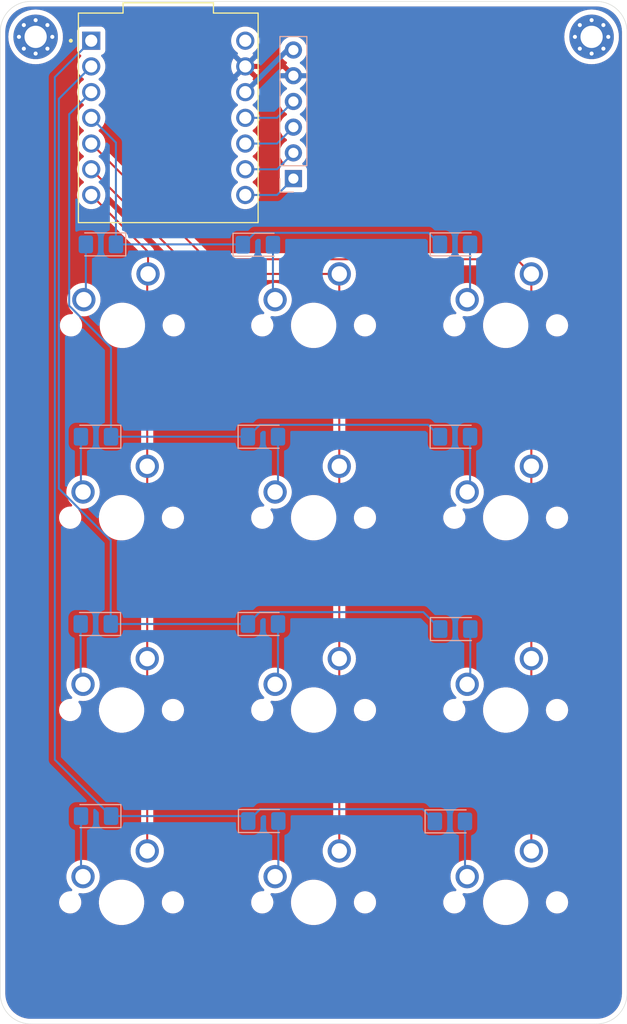
<source format=kicad_pcb>
(kicad_pcb (version 20240108) (generator "pcbnew") (generator_version "8.0")
  (layers (0 "F.Cu" signal) (31 "B.Cu" signal) (34 "B.Paste" user) (35 "F.Paste" user) (36 "B.SilkS" user "B.Silkscreen") (37 "F.SilkS" user "F.Silkscreen") (38 "B.Mask" user) (39 "F.Mask" user) (44 "Edge.Cuts" user))
  (net 0 "")
  (net 1 "Net-(D1-A)")
  (net 2 "/row0")
  (net 3 "Net-(D2-A)")
  (net 4 "Net-(D3-A)")
  (net 5 "/row1")
  (net 6 "Net-(D4-A)")
  (net 7 "Net-(D5-A)")
  (net 8 "Net-(D6-A)")
  (net 9 "/row2")
  (net 10 "Net-(D7-A)")
  (net 11 "Net-(D8-A)")
  (net 12 "Net-(D9-A)")
  (net 13 "/row3")
  (net 14 "Net-(D10-A)")
  (net 15 "Net-(D11-A)")
  (net 16 "Net-(D12-A)")
  (net 17 "/ext0")
  (net 18 "/ext3")
  (net 19 "+3.3V")
  (net 20 "/ext1")
  (net 21 "GND")
  (net 22 "/ext2")
  (net 23 "/col0")
  (net 24 "/col1")
  (net 25 "/col2")
  (footprint "mx_solderable:MX-Solderable-1U" (layer "F.Cu") (at 105 88)
    (property "Reference" "SW4")
    (property "Value" "SW_Push" (hide yes))
    (pad "" np_thru_hole circle (at -5.08 0 48.099) (size 1.7018 1.7018) (drill 1.7018) (layers "F&B.Cu" "*.Mask"))
    (pad "" np_thru_hole circle (at 0 0) (size 3.9878 3.9878) (drill 3.9878) (layers "*.Cu" "*.Mask"))
    (pad "" np_thru_hole circle (at 5.08 0 48.099) (size 1.7018 1.7018) (drill 1.7018) (layers "F&B.Cu" "*.Mask"))
    (pad "1" thru_hole circle (at -3.81 -2.54) (size 2.3 2.3) (drill 1.524) (layers "*.Cu" "B.Mask") (net 6 "Net-(D4-A)"))
    (pad "2" thru_hole circle (at 2.54 -5.08) (size 2.3 2.3) (drill 1.524) (layers "*.Cu" "B.Mask") (net 23 "/col0"))
  )
  (footprint "qtpy:MODULE_ADAFRUIT_QT_PY" (layer "F.Cu") (at 109.62 48.5)
    (property "Reference" "U1" (hide yes))
    (property "Value" "ADAFRUIT_QT_PY" (hide yes))
    (fp_line (start -8.89 -10.3505) (end -8.89 10.3505) (stroke (width 0.127)) (layer "F.SilkS"))
    (fp_line (start -8.89 10.3505) (end 8.89 10.3505) (stroke (width 0.127)) (layer "F.SilkS"))
    (fp_line (start -4.47 -11.3665) (end 4.47 -11.3665) (stroke (width 0.127)) (layer "F.SilkS"))
    (fp_line (start -4.47 -10.3505) (end -8.89 -10.3505) (stroke (width 0.127)) (layer "F.SilkS"))
    (fp_line (start -4.47 -10.3505) (end -4.47 -11.3665) (stroke (width 0.127)) (layer "F.SilkS"))
    (fp_line (start 4.47 -11.3665) (end 4.47 -10.3505) (stroke (width 0.127)) (layer "F.SilkS"))
    (fp_line (start 8.89 -10.3505) (end 4.47 -10.3505) (stroke (width 0.127)) (layer "F.SilkS"))
    (fp_line (start 8.89 10.3505) (end 8.89 -10.3505) (stroke (width 0.127)) (layer "F.SilkS"))
    (fp_circle (center -9.64 -7.62) (end -9.54 -7.62) (stroke (width 0.2)) (fill none) (layer "F.SilkS"))
    (pad "1" thru_hole rect (at -7.62 -7.62) (size 1.8 1.8) (drill 1.2) (layers "*.Cu" "*.Mask") (net 13 "/row3"))
    (pad "2" thru_hole circle (at -7.62 -5.08) (size 1.8 1.8) (drill 1.2) (layers "*.Cu" "*.Mask") (net 9 "/row2"))
    (pad "3" thru_hole circle (at -7.62 -2.54) (size 1.8 1.8) (drill 1.2) (layers "*.Cu" "*.Mask") (net 5 "/row1"))
    (pad "4" thru_hole circle (at -7.62 0) (size 1.8 1.8) (drill 1.2) (layers "*.Cu" "*.Mask") (net 2 "/row0"))
    (pad "5" thru_hole circle (at -7.62 2.54) (size 1.8 1.8) (drill 1.2) (layers "*.Cu" "*.Mask") (net 25 "/col2"))
    (pad "6" thru_hole circle (at -7.62 5.08) (size 1.8 1.8) (drill 1.2) (layers "*.Cu" "*.Mask") (net 24 "/col1"))
    (pad "7" thru_hole circle (at -7.62 7.62) (size 1.8 1.8) (drill 1.2) (layers "*.Cu" "*.Mask") (net 23 "/col0"))
    (pad "8" thru_hole circle (at 7.62 7.62) (size 1.8 1.8) (drill 1.2) (layers "*.Cu" "*.Mask") (net 18 "/ext3"))
    (pad "9" thru_hole circle (at 7.62 5.08) (size 1.8 1.8) (drill 1.2) (layers "*.Cu" "*.Mask") (net 22 "/ext2"))
    (pad "10" thru_hole circle (at 7.62 2.54) (size 1.8 1.8) (drill 1.2) (layers "*.Cu" "*.Mask") (net 20 "/ext1"))
    (pad "11" thru_hole circle (at 7.62 0) (size 1.8 1.8) (drill 1.2) (layers "*.Cu" "*.Mask") (net 17 "/ext0"))
    (pad "12" thru_hole circle (at 7.62 -2.54) (size 1.8 1.8) (drill 1.2) (layers "*.Cu" "*.Mask") (net 19 "+3.3V"))
    (pad "13" thru_hole circle (at 7.62 -5.08) (size 1.8 1.8) (drill 1.2) (layers "*.Cu" "*.Mask") (net 21 "GND"))
    (pad "14" thru_hole circle (at 7.62 -7.62) (size 1.8 1.8) (drill 1.2) (layers "*.Cu" "*.Mask"))
  )
  (footprint "mx_solderable:MX-Solderable-1U" (layer "F.Cu") (at 105 126)
    (property "Reference" "SW10")
    (property "Value" "SW_Push" (hide yes))
    (pad "" np_thru_hole circle (at -5.08 0 48.099) (size 1.7018 1.7018) (drill 1.7018) (layers "F&B.Cu" "*.Mask"))
    (pad "" np_thru_hole circle (at 0 0) (size 3.9878 3.9878) (drill 3.9878) (layers "*.Cu" "*.Mask"))
    (pad "" np_thru_hole circle (at 5.08 0 48.099) (size 1.7018 1.7018) (drill 1.7018) (layers "F&B.Cu" "*.Mask"))
    (pad "1" thru_hole circle (at -3.81 -2.54) (size 2.3 2.3) (drill 1.524) (layers "*.Cu" "B.Mask") (net 14 "Net-(D10-A)"))
    (pad "2" thru_hole circle (at 2.54 -5.08) (size 2.3 2.3) (drill 1.524) (layers "*.Cu" "B.Mask") (net 23 "/col0"))
  )
  (footprint "MountingHole:MountingHole_2.2mm_M2_Pad_Via" (layer "F.Cu") (at 151.5 40.5)
    (property "Reference" "REF**" (hide yes))
    (property "Value" "MountingHole_2.2mm_M2_Pad_Via" (hide yes))
    (pad "1" thru_hole circle (at -1.65 0) (size 0.7 0.7) (drill 0.4) (layers "*.Cu" "*.Mask"))
    (pad "1" thru_hole circle (at -1.166726 -1.166726) (size 0.7 0.7) (drill 0.4) (layers "*.Cu" "*.Mask"))
    (pad "1" thru_hole circle (at -1.166726 1.166726) (size 0.7 0.7) (drill 0.4) (layers "*.Cu" "*.Mask"))
    (pad "1" thru_hole circle (at 0 -1.65) (size 0.7 0.7) (drill 0.4) (layers "*.Cu" "*.Mask"))
    (pad "1" thru_hole circle (at 0 0) (size 4.4 4.4) (drill 2.2) (layers "*.Cu" "*.Mask"))
    (pad "1" thru_hole circle (at 0 1.65) (size 0.7 0.7) (drill 0.4) (layers "*.Cu" "*.Mask"))
    (pad "1" thru_hole circle (at 1.166726 -1.166726) (size 0.7 0.7) (drill 0.4) (layers "*.Cu" "*.Mask"))
    (pad "1" thru_hole circle (at 1.166726 1.166726) (size 0.7 0.7) (drill 0.4) (layers "*.Cu" "*.Mask"))
    (pad "1" thru_hole circle (at 1.65 0) (size 0.7 0.7) (drill 0.4) (layers "*.Cu" "*.Mask"))
  )
  (footprint "mx_solderable:MX-Solderable-1U" (layer "F.Cu") (at 124 69)
    (property "Reference" "SW2")
    (property "Value" "SW_Push" (hide yes))
    (pad "" np_thru_hole circle (at -5.08 0 48.099) (size 1.7018 1.7018) (drill 1.7018) (layers "F&B.Cu" "*.Mask"))
    (pad "" np_thru_hole circle (at 0 0) (size 3.9878 3.9878) (drill 3.9878) (layers "*.Cu" "*.Mask"))
    (pad "" np_thru_hole circle (at 5.08 0 48.099) (size 1.7018 1.7018) (drill 1.7018) (layers "F&B.Cu" "*.Mask"))
    (pad "1" thru_hole circle (at -3.81 -2.54) (size 2.3 2.3) (drill 1.524) (layers "*.Cu" "B.Mask") (net 3 "Net-(D2-A)"))
    (pad "2" thru_hole circle (at 2.54 -5.08) (size 2.3 2.3) (drill 1.524) (layers "*.Cu" "B.Mask") (net 24 "/col1"))
  )
  (footprint "mx_solderable:MX-Solderable-1U" (layer "F.Cu") (at 143 69)
    (property "Reference" "SW3")
    (property "Value" "SW_Push" (hide yes))
    (pad "" np_thru_hole circle (at -5.08 0 48.099) (size 1.7018 1.7018) (drill 1.7018) (layers "F&B.Cu" "*.Mask"))
    (pad "" np_thru_hole circle (at 0 0) (size 3.9878 3.9878) (drill 3.9878) (layers "*.Cu" "*.Mask"))
    (pad "" np_thru_hole circle (at 5.08 0 48.099) (size 1.7018 1.7018) (drill 1.7018) (layers "F&B.Cu" "*.Mask"))
    (pad "1" thru_hole circle (at -3.81 -2.54) (size 2.3 2.3) (drill 1.524) (layers "*.Cu" "B.Mask") (net 4 "Net-(D3-A)"))
    (pad "2" thru_hole circle (at 2.54 -5.08) (size 2.3 2.3) (drill 1.524) (layers "*.Cu" "B.Mask") (net 25 "/col2"))
  )
  (footprint "mx_solderable:MX-Solderable-1U" (layer "F.Cu") (at 124 88)
    (property "Reference" "SW5")
    (property "Value" "SW_Push" (hide yes))
    (pad "" np_thru_hole circle (at -5.08 0 48.099) (size 1.7018 1.7018) (drill 1.7018) (layers "F&B.Cu" "*.Mask"))
    (pad "" np_thru_hole circle (at 0 0) (size 3.9878 3.9878) (drill 3.9878) (layers "*.Cu" "*.Mask"))
    (pad "" np_thru_hole circle (at 5.08 0 48.099) (size 1.7018 1.7018) (drill 1.7018) (layers "F&B.Cu" "*.Mask"))
    (pad "1" thru_hole circle (at -3.81 -2.54) (size 2.3 2.3) (drill 1.524) (layers "*.Cu" "B.Mask") (net 7 "Net-(D5-A)"))
    (pad "2" thru_hole circle (at 2.54 -5.08) (size 2.3 2.3) (drill 1.524) (layers "*.Cu" "B.Mask") (net 24 "/col1"))
  )
  (footprint "MountingHole:MountingHole_2.2mm_M2_Pad_Via" (layer "F.Cu") (at 96.5 40.5)
    (property "Reference" "REF**" (hide yes))
    (property "Value" "MountingHole_2.2mm_M2_Pad_Via" (hide yes))
    (pad "1" thru_hole circle (at -1.65 0) (size 0.7 0.7) (drill 0.4) (layers "*.Cu" "*.Mask"))
    (pad "1" thru_hole circle (at -1.166726 -1.166726) (size 0.7 0.7) (drill 0.4) (layers "*.Cu" "*.Mask"))
    (pad "1" thru_hole circle (at -1.166726 1.166726) (size 0.7 0.7) (drill 0.4) (layers "*.Cu" "*.Mask"))
    (pad "1" thru_hole circle (at 0 -1.65) (size 0.7 0.7) (drill 0.4) (layers "*.Cu" "*.Mask"))
    (pad "1" thru_hole circle (at 0 0) (size 4.4 4.4) (drill 2.2) (layers "*.Cu" "*.Mask"))
    (pad "1" thru_hole circle (at 0 1.65) (size 0.7 0.7) (drill 0.4) (layers "*.Cu" "*.Mask"))
    (pad "1" thru_hole circle (at 1.166726 -1.166726) (size 0.7 0.7) (drill 0.4) (layers "*.Cu" "*.Mask"))
    (pad "1" thru_hole circle (at 1.166726 1.166726) (size 0.7 0.7) (drill 0.4) (layers "*.Cu" "*.Mask"))
    (pad "1" thru_hole circle (at 1.65 0) (size 0.7 0.7) (drill 0.4) (layers "*.Cu" "*.Mask"))
  )
  (footprint "mx_solderable:MX-Solderable-1U" (layer "F.Cu") (at 105 107)
    (property "Reference" "SW7")
    (property "Value" "SW_Push" (hide yes))
    (pad "" np_thru_hole circle (at -5.08 0 48.099) (size 1.7018 1.7018) (drill 1.7018) (layers "F&B.Cu" "*.Mask"))
    (pad "" np_thru_hole circle (at 0 0) (size 3.9878 3.9878) (drill 3.9878) (layers "*.Cu" "*.Mask"))
    (pad "" np_thru_hole circle (at 5.08 0 48.099) (size 1.7018 1.7018) (drill 1.7018) (layers "F&B.Cu" "*.Mask"))
    (pad "1" thru_hole circle (at -3.81 -2.54) (size 2.3 2.3) (drill 1.524) (layers "*.Cu" "B.Mask") (net 10 "Net-(D7-A)"))
    (pad "2" thru_hole circle (at 2.54 -5.08) (size 2.3 2.3) (drill 1.524) (layers "*.Cu" "B.Mask") (net 23 "/col0"))
  )
  (footprint "mx_solderable:MX-Solderable-1U" (layer "F.Cu") (at 105.08 69)
    (property "Reference" "SW1")
    (property "Value" "SW_Push" (hide yes))
    (pad "" np_thru_hole circle (at -5.08 0 48.099) (size 1.7018 1.7018) (drill 1.7018) (layers "F&B.Cu" "*.Mask"))
    (pad "" np_thru_hole circle (at 0 0) (size 3.9878 3.9878) (drill 3.9878) (layers "*.Cu" "*.Mask"))
    (pad "" np_thru_hole circle (at 5.08 0 48.099) (size 1.7018 1.7018) (drill 1.7018) (layers "F&B.Cu" "*.Mask"))
    (pad "1" thru_hole circle (at -3.81 -2.54) (size 2.3 2.3) (drill 1.524) (layers "*.Cu" "B.Mask") (net 1 "Net-(D1-A)"))
    (pad "2" thru_hole circle (at 2.54 -5.08) (size 2.3 2.3) (drill 1.524) (layers "*.Cu" "B.Mask") (net 23 "/col0"))
  )
  (footprint "mx_solderable:MX-Solderable-1U" (layer "F.Cu") (at 143 107)
    (property "Reference" "SW9")
    (property "Value" "SW_Push" (hide yes))
    (pad "" np_thru_hole circle (at -5.08 0 48.099) (size 1.7018 1.7018) (drill 1.7018) (layers "F&B.Cu" "*.Mask"))
    (pad "" np_thru_hole circle (at 0 0) (size 3.9878 3.9878) (drill 3.9878) (layers "*.Cu" "*.Mask"))
    (pad "" np_thru_hole circle (at 5.08 0 48.099) (size 1.7018 1.7018) (drill 1.7018) (layers "F&B.Cu" "*.Mask"))
    (pad "1" thru_hole circle (at -3.81 -2.54) (size 2.3 2.3) (drill 1.524) (layers "*.Cu" "B.Mask") (net 12 "Net-(D9-A)"))
    (pad "2" thru_hole circle (at 2.54 -5.08) (size 2.3 2.3) (drill 1.524) (layers "*.Cu" "B.Mask") (net 25 "/col2"))
  )
  (footprint "mx_solderable:MX-Solderable-1U" (layer "F.Cu") (at 143 126)
    (property "Reference" "SW12")
    (property "Value" "SW_Push" (hide yes))
    (pad "" np_thru_hole circle (at -5.08 0 48.099) (size 1.7018 1.7018) (drill 1.7018) (layers "F&B.Cu" "*.Mask"))
    (pad "" np_thru_hole circle (at 0 0) (size 3.9878 3.9878) (drill 3.9878) (layers "*.Cu" "*.Mask"))
    (pad "" np_thru_hole circle (at 5.08 0 48.099) (size 1.7018 1.7018) (drill 1.7018) (layers "F&B.Cu" "*.Mask"))
    (pad "1" thru_hole circle (at -3.81 -2.54) (size 2.3 2.3) (drill 1.524) (layers "*.Cu" "B.Mask") (net 16 "Net-(D12-A)"))
    (pad "2" thru_hole circle (at 2.54 -5.08) (size 2.3 2.3) (drill 1.524) (layers "*.Cu" "B.Mask") (net 25 "/col2"))
  )
  (footprint "mx_solderable:MX-Solderable-1U" (layer "F.Cu") (at 124 126)
    (property "Reference" "SW11")
    (property "Value" "SW_Push" (hide yes))
    (pad "" np_thru_hole circle (at -5.08 0 48.099) (size 1.7018 1.7018) (drill 1.7018) (layers "F&B.Cu" "*.Mask"))
    (pad "" np_thru_hole circle (at 0 0) (size 3.9878 3.9878) (drill 3.9878) (layers "*.Cu" "*.Mask"))
    (pad "" np_thru_hole circle (at 5.08 0 48.099) (size 1.7018 1.7018) (drill 1.7018) (layers "F&B.Cu" "*.Mask"))
    (pad "1" thru_hole circle (at -3.81 -2.54) (size 2.3 2.3) (drill 1.524) (layers "*.Cu" "B.Mask") (net 15 "Net-(D11-A)"))
    (pad "2" thru_hole circle (at 2.54 -5.08) (size 2.3 2.3) (drill 1.524) (layers "*.Cu" "B.Mask") (net 24 "/col1"))
  )
  (footprint "mx_solderable:MX-Solderable-1U" (layer "F.Cu") (at 124 107)
    (property "Reference" "SW8")
    (property "Value" "SW_Push" (hide yes))
    (pad "" np_thru_hole circle (at -5.08 0 48.099) (size 1.7018 1.7018) (drill 1.7018) (layers "F&B.Cu" "*.Mask"))
    (pad "" np_thru_hole circle (at 0 0) (size 3.9878 3.9878) (drill 3.9878) (layers "*.Cu" "*.Mask"))
    (pad "" np_thru_hole circle (at 5.08 0 48.099) (size 1.7018 1.7018) (drill 1.7018) (layers "F&B.Cu" "*.Mask"))
    (pad "1" thru_hole circle (at -3.81 -2.54) (size 2.3 2.3) (drill 1.524) (layers "*.Cu" "B.Mask") (net 11 "Net-(D8-A)"))
    (pad "2" thru_hole circle (at 2.54 -5.08) (size 2.3 2.3) (drill 1.524) (layers "*.Cu" "B.Mask") (net 24 "/col1"))
  )
  (footprint "mx_solderable:MX-Solderable-1U" (layer "F.Cu") (at 143 88)
    (property "Reference" "SW6")
    (property "Value" "SW_Push" (hide yes))
    (pad "" np_thru_hole circle (at -5.08 0 48.099) (size 1.7018 1.7018) (drill 1.7018) (layers "F&B.Cu" "*.Mask"))
    (pad "" np_thru_hole circle (at 0 0) (size 3.9878 3.9878) (drill 3.9878) (layers "*.Cu" "*.Mask"))
    (pad "" np_thru_hole circle (at 5.08 0 48.099) (size 1.7018 1.7018) (drill 1.7018) (layers "F&B.Cu" "*.Mask"))
    (pad "1" thru_hole circle (at -3.81 -2.54) (size 2.3 2.3) (drill 1.524) (layers "*.Cu" "B.Mask") (net 8 "Net-(D6-A)"))
    (pad "2" thru_hole circle (at 2.54 -5.08) (size 2.3 2.3) (drill 1.524) (layers "*.Cu" "B.Mask") (net 25 "/col2"))
  )
  (footprint "Diode_SMD:D_1206_3216Metric_Pad1.42x1.75mm_HandSolder" (layer "B.Cu") (at 137.9875 61)
    (property "Reference" "D3" (hide yes))
    (property "Value" "D" (hide yes))
    (fp_line (start -2.46 -1.135) (end -2.46 1.135) (stroke (width 0.12)) (layer "B.SilkS"))
    (fp_line (start -2.46 1.135) (end 1.6 1.135) (stroke (width 0.12)) (layer "B.SilkS"))
    (fp_line (start 1.6 -1.135) (end -2.46 -1.135) (stroke (width 0.12)) (layer "B.SilkS"))
    (pad "1" smd roundrect (at -1.4875 0) (size 1.425 1.75) (layers "B.Cu" "B.Paste" "B.Mask") (roundrect_rratio 0.175439) (net 2 "/row0"))
    (pad "2" smd roundrect (at 1.4875 0) (size 1.425 1.75) (layers "B.Cu" "B.Paste" "B.Mask") (roundrect_rratio 0.175439) (net 4 "Net-(D3-A)"))
  )
  (footprint "Diode_SMD:D_1206_3216Metric_Pad1.42x1.75mm_HandSolder" (layer "B.Cu") (at 102.4675 80 180)
    (property "Reference" "D4" (hide yes))
    (property "Value" "D" (hide yes))
    (fp_line (start 1.6 -1.135) (end -2.46 -1.135) (stroke (width 0.12)) (layer "B.SilkS"))
    (fp_line (start -2.46 1.135) (end 1.6 1.135) (stroke (width 0.12)) (layer "B.SilkS"))
    (fp_line (start -2.46 -1.135) (end -2.46 1.135) (stroke (width 0.12)) (layer "B.SilkS"))
    (pad "1" smd roundrect (at -1.4875 0 180) (size 1.425 1.75) (layers "B.Cu" "B.Paste" "B.Mask") (roundrect_rratio 0.175439) (net 5 "/row1"))
    (pad "2" smd roundrect (at 1.4875 0 180) (size 1.425 1.75) (layers "B.Cu" "B.Paste" "B.Mask") (roundrect_rratio 0.175439) (net 6 "Net-(D4-A)"))
  )
  (footprint "Diode_SMD:D_1206_3216Metric_Pad1.42x1.75mm_HandSolder" (layer "B.Cu") (at 118.9875 98.5)
    (property "Reference" "D8" (hide yes))
    (property "Value" "D" (hide yes))
    (fp_line (start -2.46 -1.135) (end -2.46 1.135) (stroke (width 0.12)) (layer "B.SilkS"))
    (fp_line (start -2.46 1.135) (end 1.6 1.135) (stroke (width 0.12)) (layer "B.SilkS"))
    (fp_line (start 1.6 -1.135) (end -2.46 -1.135) (stroke (width 0.12)) (layer "B.SilkS"))
    (pad "1" smd roundrect (at -1.4875 0) (size 1.425 1.75) (layers "B.Cu" "B.Paste" "B.Mask") (roundrect_rratio 0.175439) (net 9 "/row2"))
    (pad "2" smd roundrect (at 1.4875 0) (size 1.425 1.75) (layers "B.Cu" "B.Paste" "B.Mask") (roundrect_rratio 0.175439) (net 11 "Net-(D8-A)"))
  )
  (footprint "Diode_SMD:D_1206_3216Metric_Pad1.42x1.75mm_HandSolder" (layer "B.Cu") (at 118.4875 61.035)
    (property "Reference" "D2" (hide yes))
    (property "Value" "D" (hide yes))
    (fp_line (start -2.46 -1.135) (end -2.46 1.135) (stroke (width 0.12)) (layer "B.SilkS"))
    (fp_line (start -2.46 1.135) (end 1.6 1.135) (stroke (width 0.12)) (layer "B.SilkS"))
    (fp_line (start 1.6 -1.135) (end -2.46 -1.135) (stroke (width 0.12)) (layer "B.SilkS"))
    (pad "1" smd roundrect (at -1.4875 0) (size 1.425 1.75) (layers "B.Cu" "B.Paste" "B.Mask") (roundrect_rratio 0.175439) (net 2 "/row0"))
    (pad "2" smd roundrect (at 1.4875 0) (size 1.425 1.75) (layers "B.Cu" "B.Paste" "B.Mask") (roundrect_rratio 0.175439) (net 3 "Net-(D2-A)"))
  )
  (footprint "Diode_SMD:D_1206_3216Metric_Pad1.42x1.75mm_HandSolder" (layer "B.Cu") (at 118.9875 80)
    (property "Reference" "D5" (hide yes))
    (property "Value" "D" (hide yes))
    (fp_line (start -2.46 -1.135) (end -2.46 1.135) (stroke (width 0.12)) (layer "B.SilkS"))
    (fp_line (start -2.46 1.135) (end 1.6 1.135) (stroke (width 0.12)) (layer "B.SilkS"))
    (fp_line (start 1.6 -1.135) (end -2.46 -1.135) (stroke (width 0.12)) (layer "B.SilkS"))
    (pad "1" smd roundrect (at -1.4875 0) (size 1.425 1.75) (layers "B.Cu" "B.Paste" "B.Mask") (roundrect_rratio 0.175439) (net 5 "/row1"))
    (pad "2" smd roundrect (at 1.4875 0) (size 1.425 1.75) (layers "B.Cu" "B.Paste" "B.Mask") (roundrect_rratio 0.175439) (net 7 "Net-(D5-A)"))
  )
  (footprint "Diode_SMD:D_1206_3216Metric_Pad1.42x1.75mm_HandSolder" (layer "B.Cu") (at 137.9875 80)
    (property "Reference" "D6" (hide yes))
    (property "Value" "D" (hide yes))
    (fp_line (start -2.46 -1.135) (end -2.46 1.135) (stroke (width 0.12)) (layer "B.SilkS"))
    (fp_line (start -2.46 1.135) (end 1.6 1.135) (stroke (width 0.12)) (layer "B.SilkS"))
    (fp_line (start 1.6 -1.135) (end -2.46 -1.135) (stroke (width 0.12)) (layer "B.SilkS"))
    (pad "1" smd roundrect (at -1.4875 0) (size 1.425 1.75) (layers "B.Cu" "B.Paste" "B.Mask") (roundrect_rratio 0.175439) (net 5 "/row1"))
    (pad "2" smd roundrect (at 1.4875 0) (size 1.425 1.75) (layers "B.Cu" "B.Paste" "B.Mask") (roundrect_rratio 0.175439) (net 8 "Net-(D6-A)"))
  )
  (footprint "Connector_PinHeader_2.54mm:PinHeader_1x06_P2.54mm_Vertical" (layer "B.Cu") (at 122 54.5)
    (property "Reference" "J2" (hide yes))
    (property "Value" "Conn_01x06_Socket" (hide yes))
    (fp_line (start -1.33 -14.03) (end -1.33 -1.27) (stroke (width 0.12)) (layer "B.SilkS"))
    (fp_line (start -1.33 1.33) (end -1.33 0) (stroke (width 0.12)) (layer "B.SilkS"))
    (fp_line (start 0 1.33) (end -1.33 1.33) (stroke (width 0.12)) (layer "B.SilkS"))
    (fp_line (start 1.33 -14.03) (end -1.33 -14.03) (stroke (width 0.12)) (layer "B.SilkS"))
    (fp_line (start 1.33 -14.03) (end 1.33 -1.27) (stroke (width 0.12)) (layer "B.SilkS"))
    (fp_line (start 1.33 -1.27) (end -1.33 -1.27) (stroke (width 0.12)) (layer "B.SilkS"))
    (pad "1" thru_hole rect (at 0 0) (size 1.7 1.7) (drill 1) (layers "*.Cu" "*.Mask") (net 18 "/ext3"))
    (pad "2" thru_hole oval (at 0 -2.54) (size 1.7 1.7) (drill 1) (layers "*.Cu" "*.Mask") (net 22 "/ext2"))
    (pad "3" thru_hole oval (at 0 -5.08) (size 1.7 1.7) (drill 1) (layers "*.Cu" "*.Mask") (net 20 "/ext1"))
    (pad "4" thru_hole oval (at 0 -7.62) (size 1.7 1.7) (drill 1) (layers "*.Cu" "*.Mask") (net 17 "/ext0"))
    (pad "5" thru_hole oval (at 0 -10.16) (size 1.7 1.7) (drill 1) (layers "*.Cu" "*.Mask") (net 21 "GND"))
    (pad "6" thru_hole oval (at 0 -12.7) (size 1.7 1.7) (drill 1) (layers "*.Cu" "*.Mask") (net 19 "+3.3V"))
  )
  (footprint "Diode_SMD:D_1206_3216Metric_Pad1.42x1.75mm_HandSolder" (layer "B.Cu") (at 138.0125 99)
    (property "Reference" "D9" (hide yes))
    (property "Value" "D" (hide yes))
    (fp_line (start -2.46 -1.135) (end -2.46 1.135) (stroke (width 0.12)) (layer "B.SilkS"))
    (fp_line (start -2.46 1.135) (end 1.6 1.135) (stroke (width 0.12)) (layer "B.SilkS"))
    (fp_line (start 1.6 -1.135) (end -2.46 -1.135) (stroke (width 0.12)) (layer "B.SilkS"))
    (pad "1" smd roundrect (at -1.4875 0) (size 1.425 1.75) (layers "B.Cu" "B.Paste" "B.Mask") (roundrect_rratio 0.175439) (net 9 "/row2"))
    (pad "2" smd roundrect (at 1.4875 0) (size 1.425 1.75) (layers "B.Cu" "B.Paste" "B.Mask") (roundrect_rratio 0.175439) (net 12 "Net-(D9-A)"))
  )
  (footprint "Diode_SMD:D_1206_3216Metric_Pad1.42x1.75mm_HandSolder" (layer "B.Cu") (at 102.955 61 180)
    (property "Reference" "D1" (hide yes))
    (property "Value" "D" (hide yes))
    (fp_line (start 1.6 -1.135) (end -2.46 -1.135) (stroke (width 0.12)) (layer "B.SilkS"))
    (fp_line (start -2.46 1.135) (end 1.6 1.135) (stroke (width 0.12)) (layer "B.SilkS"))
    (fp_line (start -2.46 -1.135) (end -2.46 1.135) (stroke (width 0.12)) (layer "B.SilkS"))
    (pad "1" smd roundrect (at -1.4875 0 180) (size 1.425 1.75) (layers "B.Cu" "B.Paste" "B.Mask") (roundrect_rratio 0.175439) (net 2 "/row0"))
    (pad "2" smd roundrect (at 1.4875 0 180) (size 1.425 1.75) (layers "B.Cu" "B.Paste" "B.Mask") (roundrect_rratio 0.175439) (net 1 "Net-(D1-A)"))
  )
  (footprint "Diode_SMD:D_1206_3216Metric_Pad1.42x1.75mm_HandSolder" (layer "B.Cu") (at 137.4875 118)
    (property "Reference" "D12" (hide yes))
    (property "Value" "D" (hide yes))
    (fp_line (start -2.46 -1.135) (end -2.46 1.135) (stroke (width 0.12)) (layer "B.SilkS"))
    (fp_line (start -2.46 1.135) (end 1.6 1.135) (stroke (width 0.12)) (layer "B.SilkS"))
    (fp_line (start 1.6 -1.135) (end -2.46 -1.135) (stroke (width 0.12)) (layer "B.SilkS"))
    (pad "1" smd roundrect (at -1.4875 0) (size 1.425 1.75) (layers "B.Cu" "B.Paste" "B.Mask") (roundrect_rratio 0.175439) (net 13 "/row3"))
    (pad "2" smd roundrect (at 1.4875 0) (size 1.425 1.75) (layers "B.Cu" "B.Paste" "B.Mask") (roundrect_rratio 0.175439) (net 16 "Net-(D12-A)"))
  )
  (footprint "Diode_SMD:D_1206_3216Metric_Pad1.42x1.75mm_HandSolder" (layer "B.Cu") (at 119.0225 117.965)
    (property "Reference" "D11" (hide yes))
    (property "Value" "D" (hide yes))
    (fp_line (start -2.46 -1.135) (end -2.46 1.135) (stroke (width 0.12)) (layer "B.SilkS"))
    (fp_line (start -2.46 1.135) (end 1.6 1.135) (stroke (width 0.12)) (layer "B.SilkS"))
    (fp_line (start 1.6 -1.135) (end -2.46 -1.135) (stroke (width 0.12)) (layer "B.SilkS"))
    (pad "1" smd roundrect (at -1.4875 0) (size 1.425 1.75) (layers "B.Cu" "B.Paste" "B.Mask") (roundrect_rratio 0.175439) (net 13 "/row3"))
    (pad "2" smd roundrect (at 1.4875 0) (size 1.425 1.75) (layers "B.Cu" "B.Paste" "B.Mask") (roundrect_rratio 0.175439) (net 15 "Net-(D11-A)"))
  )
  (footprint "Diode_SMD:D_1206_3216Metric_Pad1.42x1.75mm_HandSolder" (layer "B.Cu") (at 102.4425 98.5 180)
    (property "Reference" "D7" (hide yes))
    (property "Value" "D" (hide yes))
    (fp_line (start 1.6 -1.135) (end -2.46 -1.135) (stroke (width 0.12)) (layer "B.SilkS"))
    (fp_line (start -2.46 1.135) (end 1.6 1.135) (stroke (width 0.12)) (layer "B.SilkS"))
    (fp_line (start -2.46 -1.135) (end -2.46 1.135) (stroke (width 0.12)) (layer "B.SilkS"))
    (pad "1" smd roundrect (at -1.4875 0 180) (size 1.425 1.75) (layers "B.Cu" "B.Paste" "B.Mask") (roundrect_rratio 0.175439) (net 9 "/row2"))
    (pad "2" smd roundrect (at 1.4875 0 180) (size 1.425 1.75) (layers "B.Cu" "B.Paste" "B.Mask") (roundrect_rratio 0.175439) (net 10 "Net-(D7-A)"))
  )
  (footprint "Diode_SMD:D_1206_3216Metric_Pad1.42x1.75mm_HandSolder" (layer "B.Cu") (at 102.4775 117.4775 180)
    (property "Reference" "D10" (hide yes))
    (property "Value" "D" (hide yes))
    (fp_line (start 1.6 -1.135) (end -2.46 -1.135) (stroke (width 0.12)) (layer "B.SilkS"))
    (fp_line (start -2.46 1.135) (end 1.6 1.135) (stroke (width 0.12)) (layer "B.SilkS"))
    (fp_line (start -2.46 -1.135) (end -2.46 1.135) (stroke (width 0.12)) (layer "B.SilkS"))
    (pad "1" smd roundrect (at -1.4875 0 180) (size 1.425 1.75) (layers "B.Cu" "B.Paste" "B.Mask") (roundrect_rratio 0.175439) (net 13 "/row3"))
    (pad "2" smd roundrect (at 1.4875 0 180) (size 1.425 1.75) (layers "B.Cu" "B.Paste" "B.Mask") (roundrect_rratio 0.175439) (net 14 "Net-(D10-A)"))
  )
  (gr_line (start 96 37) (end 152 37) (stroke (width 0.05)) (layer "Edge.Cuts"))
  (gr_arc (start 96 138) (mid 93.87868 137.12132) (end 93 135) (stroke (width 0.05)) (layer "Edge.Cuts"))
  (gr_line (start 93 135) (end 93 40) (stroke (width 0.05)) (layer "Edge.Cuts"))
  (gr_line (start 152 138) (end 96 138) (stroke (width 0.05)) (layer "Edge.Cuts"))
  (gr_arc (start 155 135) (mid 154.12132 137.12132) (end 152 138) (stroke (width 0.05)) (layer "Edge.Cuts"))
  (gr_line (start 155 40) (end 155 135) (stroke (width 0.05)) (layer "Edge.Cuts"))
  (gr_arc (start 93 40) (mid 93.87868 37.87868) (end 96 37) (stroke (width 0.05)) (layer "Edge.Cuts"))
  (gr_arc (start 152 37) (mid 154.12132 37.87868) (end 155 40) (stroke (width 0.05)) (layer "Edge.Cuts"))
  (gr_text "RX" (at 123.76 55.5 0) (layer "F.Cu") (effects (font (size 1.5 1.5) (thickness 0.3) (bold yes)) (justify left bottom)))
  (gr_text "GND" (at 123.76 45.5 0) (layer "F.Cu") (effects (font (size 1.5 1.5) (thickness 0.3) (bold yes)) (justify left bottom)))
  (gr_text "MISO" (at 123.76 50.5 0) (layer "F.Cu") (effects (font (size 1.5 1.5) (thickness 0.3) (bold yes)) (justify left bottom)))
  (gr_text "MOSI\n" (at 123.76 48 0) (layer "F.Cu") (effects (font (size 1.5 1.5) (thickness 0.3) (bold yes)) (justify left bottom)))
  (gr_text "SCK" (at 123.76 53 0) (layer "F.Cu") (effects (font (size 1.5 1.5) (thickness 0.3) (bold yes)) (justify left bottom)))
  (gr_text "3V3" (at 128.26 43 0) (layer "F.Cu") (effects (font (size 1.5 1.5) (thickness 0.3) (bold yes)) (justify right bottom)))
  (segment (start 101.4675 61) (end 101.4675 66.2625) (width 0.2) (layer "B.Cu") (net 1))
  (segment (start 101.4675 66.2625) (end 101.27 66.46) (width 0.2) (layer "B.Cu") (net 1))
  (segment (start 136.5 61) (end 135.36 59.86) (width 0.2) (layer "B.Cu") (net 2))
  (segment (start 118.175 59.86) (end 117 61.035) (width 0.2) (layer "B.Cu") (net 2))
  (segment (start 116.965 61) (end 117 61.035) (width 0.2) (layer "B.Cu") (net 2))
  (segment (start 104.4425 61) (end 104.4425 50.9425) (width 0.2) (layer "B.Cu") (net 2))
  (segment (start 104.4425 61) (end 116.965 61) (width 0.2) (layer "B.Cu") (net 2))
  (segment (start 135.36 59.86) (end 118.175 59.86) (width 0.2) (layer "B.Cu") (net 2))
  (segment (start 104.4425 50.9425) (end 102 48.5) (width 0.2) (layer "B.Cu") (net 2))
  (segment (start 119.975 66.245) (end 120.19 66.46) (width 0.2) (layer "B.Cu") (net 3))
  (segment (start 119.975 61.035) (end 119.975 66.245) (width 0.2) (layer "B.Cu") (net 3))
  (segment (start 139.475 61) (end 139.475 66.175) (width 0.2) (layer "B.Cu") (net 4))
  (segment (start 139.475 66.175) (end 139.19 66.46) (width 0.2) (layer "B.Cu") (net 4))
  (segment (start 99.82 67.06061) (end 99.82 48.14) (width 0.2) (layer "B.Cu") (net 5))
  (segment (start 136.5 80) (end 135.325 78.825) (width 0.2) (layer "B.Cu") (net 5))
  (segment (start 103.955 80) (end 103.955 71.19561) (width 0.2) (layer "B.Cu") (net 5))
  (segment (start 135.325 78.825) (end 118.675 78.825) (width 0.2) (layer "B.Cu") (net 5))
  (segment (start 103.955 71.19561) (end 99.82 67.06061) (width 0.2) (layer "B.Cu") (net 5))
  (segment (start 118.675 78.825) (end 117.5 80) (width 0.2) (layer "B.Cu") (net 5))
  (segment (start 103.955 80) (end 117.5 80) (width 0.2) (layer "B.Cu") (net 5))
  (segment (start 99.82 48.14) (end 102 45.96) (width 0.2) (layer "B.Cu") (net 5))
  (segment (start 100.98 85.25) (end 101.19 85.46) (width 0.2) (layer "B.Cu") (net 6))
  (segment (start 100.98 80) (end 100.98 85.25) (width 0.2) (layer "B.Cu") (net 6))
  (segment (start 120.475 80) (end 120.475 85.175) (width 0.2) (layer "B.Cu") (net 7))
  (segment (start 120.475 85.175) (end 120.19 85.46) (width 0.2) (layer "B.Cu") (net 7))
  (segment (start 139.475 80) (end 139.475 85.175) (width 0.2) (layer "B.Cu") (net 8))
  (segment (start 139.475 85.175) (end 139.19 85.46) (width 0.2) (layer "B.Cu") (net 8))
  (segment (start 103.93 98.5) (end 117.5 98.5) (width 0.2) (layer "B.Cu") (net 9))
  (segment (start 103.924165 90.244775) (end 98.7991 85.11971) (width 0.2) (layer "B.Cu") (net 9))
  (segment (start 98.7991 46.6209) (end 102 43.42) (width 0.2) (layer "B.Cu") (net 9))
  (segment (start 103.93 98.5) (end 103.93 90.244775) (width 0.2) (layer "B.Cu") (net 9))
  (segment (start 98.7991 85.11971) (end 98.7991 46.6209) (width 0.2) (layer "B.Cu") (net 9))
  (segment (start 103.93 90.244775) (end 103.924165 90.244775) (width 0.2) (layer "B.Cu") (net 9))
  (segment (start 118.675 97.325) (end 117.5 98.5) (width 0.2) (layer "B.Cu") (net 9))
  (segment (start 134.85 97.325) (end 118.675 97.325) (width 0.2) (layer "B.Cu") (net 9))
  (segment (start 136.525 99) (end 134.85 97.325) (width 0.2) (layer "B.Cu") (net 9))
  (segment (start 100.955 104.225) (end 101.19 104.46) (width 0.2) (layer "B.Cu") (net 10))
  (segment (start 100.955 98.5) (end 100.955 104.225) (width 0.2) (layer "B.Cu") (net 10))
  (segment (start 120.475 98.5) (end 120.475 104.175) (width 0.2) (layer "B.Cu") (net 11))
  (segment (start 120.475 104.175) (end 120.19 104.46) (width 0.2) (layer "B.Cu") (net 11))
  (segment (start 139.5 99) (end 139.5 104.15) (width 0.2) (layer "B.Cu") (net 12))
  (segment (start 139.5 104.15) (end 139.19 104.46) (width 0.2) (layer "B.Cu") (net 12))
  (segment (start 103.965 117.4775) (end 98.3991 111.9116) (width 0.2) (layer "B.Cu") (net 13))
  (segment (start 134.79 116.79) (end 118.71 116.79) (width 0.2) (layer "B.Cu") (net 13))
  (segment (start 118.71 116.79) (end 117.535 117.965) (width 0.2) (layer "B.Cu") (net 13))
  (segment (start 136 118) (end 134.79 116.79) (width 0.2) (layer "B.Cu") (net 13))
  (segment (start 103.965 117.4775) (end 117.0475 117.4775) (width 0.2) (layer "B.Cu") (net 13))
  (segment (start 117.0475 117.4775) (end 117.535 117.965) (width 0.2) (layer "B.Cu") (net 13))
  (segment (start 98.3991 44.4809) (end 102 40.88) (width 0.2) (layer "B.Cu") (net 13))
  (segment (start 98.3991 111.9116) (end 98.3991 44.4809) (width 0.2) (layer "B.Cu") (net 13))
  (segment (start 100.99 117.4775) (end 100.99 123.26) (width 0.2) (layer "B.Cu") (net 14))
  (segment (start 100.99 123.26) (end 101.19 123.46) (width 0.2) (layer "B.Cu") (net 14))
  (segment (start 120.51 117.965) (end 120.51 123.14) (width 0.2) (layer "B.Cu") (net 15))
  (segment (start 120.51 123.14) (end 120.19 123.46) (width 0.2) (layer "B.Cu") (net 15))
  (segment (start 138.975 123.245) (end 139.19 123.46) (width 0.2) (layer "B.Cu") (net 16))
  (segment (start 138.975 118) (end 138.975 123.245) (width 0.2) (layer "B.Cu") (net 16))
  (segment (start 117.24 48.5) (end 120.38 48.5) (width 0.2) (layer "B.Cu") (net 17))
  (segment (start 120.38 48.5) (end 122 46.88) (width 0.2) (layer "B.Cu") (net 17))
  (segment (start 117.24 56.12) (end 120.38 56.12) (width 0.2) (layer "B.Cu") (net 18))
  (segment (start 120.38 56.12) (end 122 54.5) (width 0.2) (layer "B.Cu") (net 18))
  (segment (start 117.24 45.96) (end 121.4 41.8) (width 0.5) (layer "B.Cu") (net 19))
  (segment (start 121.4 41.8) (end 122 41.8) (width 0.2) (layer "B.Cu") (net 19))
  (segment (start 120.38 51.04) (end 122 49.42) (width 0.2) (layer "B.Cu") (net 20))
  (segment (start 117.24 51.04) (end 120.38 51.04) (width 0.2) (layer "B.Cu") (net 20))
  (segment (start 117.24 43.42) (end 121.08 43.42) (width 0.5) (layer "F.Cu") (net 21))
  (segment (start 121.08 43.42) (end 122 44.34) (width 0.5) (layer "F.Cu") (net 21))
  (segment (start 120.38 53.58) (end 122 51.96) (width 0.2) (layer "B.Cu") (net 22))
  (segment (start 117.24 53.58) (end 120.38 53.58) (width 0.2) (layer "B.Cu") (net 22))
  (segment (start 107.54 101.92) (end 107.54 82.92) (width 0.2) (layer "F.Cu") (net 23))
  (segment (start 107.54 64) (end 107.62 63.92) (width 0.2) (layer "F.Cu") (net 23))
  (segment (start 107.62 61.74) (end 102 56.12) (width 0.2) (layer "F.Cu") (net 23))
  (segment (start 107.54 120.92) (end 107.54 101.92) (width 0.2) (layer "F.Cu") (net 23))
  (segment (start 107.62 63.92) (end 107.62 61.74) (width 0.2) (layer "F.Cu") (net 23))
  (segment (start 107.54 82.92) (end 107.54 64) (width 0.2) (layer "F.Cu") (net 23))
  (segment (start 126.54 82.92) (end 126.54 63.92) (width 0.2) (layer "F.Cu") (net 24))
  (segment (start 126.54 101.92) (end 126.54 82.92) (width 0.2) (layer "F.Cu") (net 24))
  (segment (start 112.34 63.92) (end 102 53.58) (width 0.2) (layer "F.Cu") (net 24))
  (segment (start 126.54 63.92) (end 112.34 63.92) (width 0.2) (layer "F.Cu") (net 24))
  (segment (start 126.54 120.92) (end 126.54 101.92) (width 0.2) (layer "F.Cu") (net 24))
  (segment (start 145.54 101.92) (end 145.54 120.92) (width 0.2) (layer "F.Cu") (net 25))
  (segment (start 144.09 62.47) (end 113.43 62.47) (width 0.2) (layer "F.Cu") (net 25))
  (segment (start 145.54 82.92) (end 145.54 101.92) (width 0.2) (layer "F.Cu") (net 25))
  (segment (start 145.54 63.92) (end 144.09 62.47) (width 0.2) (layer "F.Cu") (net 25))
  (segment (start 145.54 63.92) (end 145.54 82.92) (width 0.2) (layer "F.Cu") (net 25))
  (segment (start 113.43 62.47) (end 102 51.04) (width 0.2) (layer "F.Cu") (net 25))
  (zone (net 21) (net_name "GND") (layers "F&B.Cu") (connect_pads (clearance 0.5)) (min_thickness 0.25) (fill yes (thermal_gap 0.5) (thermal_bridge_width 0.5))
    (polygon (pts (xy 155 37) (xy 93 37) (xy 93 138) (xy 155 138)))
  )
)
</source>
